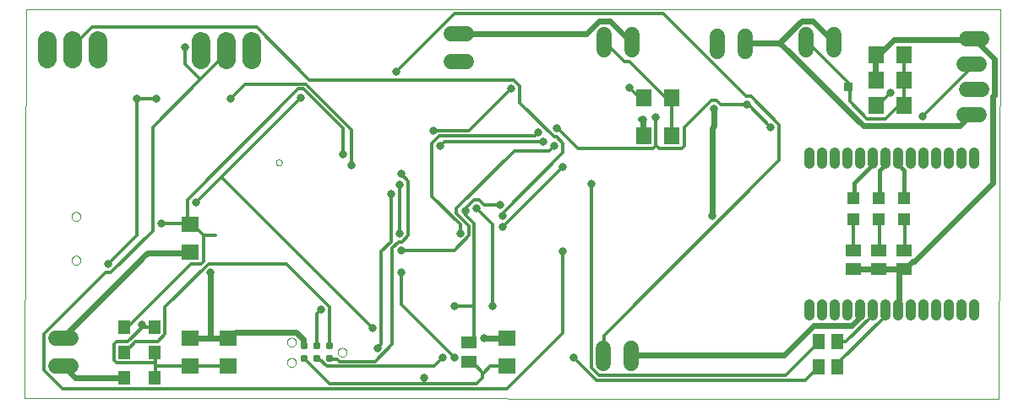
<source format=gbl>
G75*
%MOIN*%
%OFA0B0*%
%FSLAX24Y24*%
%IPPOS*%
%LPD*%
%AMOC8*
5,1,8,0,0,1.08239X$1,22.5*
%
%ADD10C,0.0000*%
%ADD11C,0.0310*%
%ADD12R,0.0709X0.0630*%
%ADD13R,0.0472X0.0551*%
%ADD14R,0.0630X0.0512*%
%ADD15R,0.0512X0.0591*%
%ADD16R,0.0472X0.0472*%
%ADD17R,0.0591X0.0512*%
%ADD18C,0.0600*%
%ADD19R,0.0630X0.0709*%
%ADD20C,0.0413*%
%ADD21C,0.0740*%
%ADD22C,0.0240*%
%ADD23C,0.0317*%
%ADD24C,0.0120*%
%ADD25C,0.0180*%
%ADD26R,0.0317X0.0317*%
D10*
X003060Y000249D02*
X003140Y015625D01*
X041550Y015625D01*
X041510Y000209D01*
X003060Y000249D01*
X004923Y005702D02*
X004925Y005728D01*
X004931Y005754D01*
X004941Y005779D01*
X004954Y005802D01*
X004970Y005822D01*
X004990Y005840D01*
X005012Y005855D01*
X005035Y005867D01*
X005061Y005875D01*
X005087Y005879D01*
X005113Y005879D01*
X005139Y005875D01*
X005165Y005867D01*
X005189Y005855D01*
X005210Y005840D01*
X005230Y005822D01*
X005246Y005802D01*
X005259Y005779D01*
X005269Y005754D01*
X005275Y005728D01*
X005277Y005702D01*
X005275Y005676D01*
X005269Y005650D01*
X005259Y005625D01*
X005246Y005602D01*
X005230Y005582D01*
X005210Y005564D01*
X005188Y005549D01*
X005165Y005537D01*
X005139Y005529D01*
X005113Y005525D01*
X005087Y005525D01*
X005061Y005529D01*
X005035Y005537D01*
X005011Y005549D01*
X004990Y005564D01*
X004970Y005582D01*
X004954Y005602D01*
X004941Y005625D01*
X004931Y005650D01*
X004925Y005676D01*
X004923Y005702D01*
X004923Y007435D02*
X004925Y007461D01*
X004931Y007487D01*
X004941Y007512D01*
X004954Y007535D01*
X004970Y007555D01*
X004990Y007573D01*
X005012Y007588D01*
X005035Y007600D01*
X005061Y007608D01*
X005087Y007612D01*
X005113Y007612D01*
X005139Y007608D01*
X005165Y007600D01*
X005189Y007588D01*
X005210Y007573D01*
X005230Y007555D01*
X005246Y007535D01*
X005259Y007512D01*
X005269Y007487D01*
X005275Y007461D01*
X005277Y007435D01*
X005275Y007409D01*
X005269Y007383D01*
X005259Y007358D01*
X005246Y007335D01*
X005230Y007315D01*
X005210Y007297D01*
X005188Y007282D01*
X005165Y007270D01*
X005139Y007262D01*
X005113Y007258D01*
X005087Y007258D01*
X005061Y007262D01*
X005035Y007270D01*
X005011Y007282D01*
X004990Y007297D01*
X004970Y007315D01*
X004954Y007335D01*
X004941Y007358D01*
X004931Y007383D01*
X004925Y007409D01*
X004923Y007435D01*
X012982Y009569D02*
X012984Y009590D01*
X012990Y009610D01*
X012999Y009630D01*
X013011Y009647D01*
X013026Y009661D01*
X013044Y009673D01*
X013064Y009681D01*
X013084Y009686D01*
X013105Y009687D01*
X013126Y009684D01*
X013146Y009678D01*
X013165Y009667D01*
X013182Y009654D01*
X013195Y009638D01*
X013206Y009620D01*
X013214Y009600D01*
X013218Y009580D01*
X013218Y009558D01*
X013214Y009538D01*
X013206Y009518D01*
X013195Y009500D01*
X013182Y009484D01*
X013165Y009471D01*
X013146Y009460D01*
X013126Y009454D01*
X013105Y009451D01*
X013084Y009452D01*
X013064Y009457D01*
X013044Y009465D01*
X013026Y009477D01*
X013011Y009491D01*
X012999Y009508D01*
X012990Y009528D01*
X012984Y009548D01*
X012982Y009569D01*
X013425Y002469D02*
X013427Y002495D01*
X013433Y002521D01*
X013442Y002545D01*
X013455Y002568D01*
X013472Y002588D01*
X013491Y002606D01*
X013513Y002621D01*
X013536Y002632D01*
X013561Y002640D01*
X013587Y002644D01*
X013613Y002644D01*
X013639Y002640D01*
X013664Y002632D01*
X013688Y002621D01*
X013709Y002606D01*
X013728Y002588D01*
X013745Y002568D01*
X013758Y002545D01*
X013767Y002521D01*
X013773Y002495D01*
X013775Y002469D01*
X013773Y002443D01*
X013767Y002417D01*
X013758Y002393D01*
X013745Y002370D01*
X013728Y002350D01*
X013709Y002332D01*
X013687Y002317D01*
X013664Y002306D01*
X013639Y002298D01*
X013613Y002294D01*
X013587Y002294D01*
X013561Y002298D01*
X013536Y002306D01*
X013512Y002317D01*
X013491Y002332D01*
X013472Y002350D01*
X013455Y002370D01*
X013442Y002393D01*
X013433Y002417D01*
X013427Y002443D01*
X013425Y002469D01*
X013425Y001669D02*
X013427Y001695D01*
X013433Y001721D01*
X013442Y001745D01*
X013455Y001768D01*
X013472Y001788D01*
X013491Y001806D01*
X013513Y001821D01*
X013536Y001832D01*
X013561Y001840D01*
X013587Y001844D01*
X013613Y001844D01*
X013639Y001840D01*
X013664Y001832D01*
X013688Y001821D01*
X013709Y001806D01*
X013728Y001788D01*
X013745Y001768D01*
X013758Y001745D01*
X013767Y001721D01*
X013773Y001695D01*
X013775Y001669D01*
X013773Y001643D01*
X013767Y001617D01*
X013758Y001593D01*
X013745Y001570D01*
X013728Y001550D01*
X013709Y001532D01*
X013687Y001517D01*
X013664Y001506D01*
X013639Y001498D01*
X013613Y001494D01*
X013587Y001494D01*
X013561Y001498D01*
X013536Y001506D01*
X013512Y001517D01*
X013491Y001532D01*
X013472Y001550D01*
X013455Y001570D01*
X013442Y001593D01*
X013433Y001617D01*
X013427Y001643D01*
X013425Y001669D01*
X015425Y002069D02*
X015427Y002095D01*
X015433Y002121D01*
X015442Y002145D01*
X015455Y002168D01*
X015472Y002188D01*
X015491Y002206D01*
X015513Y002221D01*
X015536Y002232D01*
X015561Y002240D01*
X015587Y002244D01*
X015613Y002244D01*
X015639Y002240D01*
X015664Y002232D01*
X015688Y002221D01*
X015709Y002206D01*
X015728Y002188D01*
X015745Y002168D01*
X015758Y002145D01*
X015767Y002121D01*
X015773Y002095D01*
X015775Y002069D01*
X015773Y002043D01*
X015767Y002017D01*
X015758Y001993D01*
X015745Y001970D01*
X015728Y001950D01*
X015709Y001932D01*
X015687Y001917D01*
X015664Y001906D01*
X015639Y001898D01*
X015613Y001894D01*
X015587Y001894D01*
X015561Y001898D01*
X015536Y001906D01*
X015512Y001917D01*
X015491Y001932D01*
X015472Y001950D01*
X015455Y001970D01*
X015442Y001993D01*
X015433Y002017D01*
X015427Y002043D01*
X015425Y002069D01*
D11*
X015100Y002319D03*
X014600Y002319D03*
X014100Y002319D03*
X014100Y001819D03*
X014600Y001819D03*
X015100Y001819D03*
D12*
X011100Y001517D03*
X011100Y002620D03*
X009600Y002620D03*
X009600Y001517D03*
X009600Y006017D03*
X009600Y007120D03*
X022100Y002620D03*
X022100Y001517D03*
D13*
X008191Y001069D03*
X007009Y001069D03*
X007009Y002069D03*
X008191Y002069D03*
X008191Y003069D03*
X007009Y003069D03*
D14*
X020600Y002443D03*
X020600Y001695D03*
D15*
X034396Y001479D03*
X035144Y001479D03*
X035144Y002479D03*
X034396Y002479D03*
D16*
X035770Y007315D03*
X036770Y007315D03*
X037770Y007315D03*
X037770Y008142D03*
X036770Y008142D03*
X035770Y008142D03*
D17*
X035770Y006103D03*
X036770Y006103D03*
X037770Y006103D03*
X037770Y005355D03*
X036770Y005355D03*
X035770Y005355D03*
D18*
X027010Y002229D02*
X027010Y001629D01*
X025910Y001629D02*
X025910Y002229D01*
X040120Y011469D02*
X040720Y011469D01*
X040820Y012469D02*
X040220Y012469D01*
X040120Y013469D02*
X040720Y013469D01*
X040820Y014469D02*
X040220Y014469D01*
X034990Y014629D02*
X034990Y014029D01*
X033890Y014029D02*
X033890Y014629D01*
X031490Y014549D02*
X031490Y013949D01*
X030390Y013949D02*
X030390Y014549D01*
X027030Y014629D02*
X027030Y014029D01*
X025930Y014029D02*
X025930Y014629D01*
X020500Y014659D02*
X019900Y014659D01*
X019900Y013559D02*
X020500Y013559D01*
X004900Y002619D02*
X004300Y002619D01*
X004300Y001519D02*
X004900Y001519D01*
D19*
X027489Y010629D03*
X028591Y010629D03*
X028591Y012129D03*
X027489Y012129D03*
X036649Y011829D03*
X037751Y011829D03*
X037751Y012829D03*
X036649Y012829D03*
X036649Y013829D03*
X037751Y013829D03*
D20*
X037535Y009950D02*
X037535Y009537D01*
X037035Y009537D02*
X037035Y009950D01*
X036535Y009950D02*
X036535Y009537D01*
X036035Y009537D02*
X036035Y009950D01*
X035535Y009950D02*
X035535Y009537D01*
X035035Y009537D02*
X035035Y009950D01*
X034535Y009950D02*
X034535Y009537D01*
X034035Y009537D02*
X034035Y009950D01*
X038035Y009950D02*
X038035Y009537D01*
X038535Y009537D02*
X038535Y009950D01*
X039035Y009950D02*
X039035Y009537D01*
X039535Y009537D02*
X039535Y009950D01*
X040035Y009950D02*
X040035Y009537D01*
X040535Y009537D02*
X040535Y009950D01*
X040535Y003950D02*
X040535Y003537D01*
X040035Y003537D02*
X040035Y003950D01*
X039535Y003950D02*
X039535Y003537D01*
X039035Y003537D02*
X039035Y003950D01*
X038535Y003950D02*
X038535Y003537D01*
X038035Y003537D02*
X038035Y003950D01*
X037535Y003950D02*
X037535Y003537D01*
X037035Y003537D02*
X037035Y003950D01*
X036535Y003950D02*
X036535Y003537D01*
X036035Y003537D02*
X036035Y003950D01*
X035535Y003950D02*
X035535Y003537D01*
X035035Y003537D02*
X035035Y003950D01*
X034535Y003950D02*
X034535Y003537D01*
X034035Y003537D02*
X034035Y003950D01*
D21*
X012020Y013619D02*
X012020Y014359D01*
X011020Y014359D02*
X011020Y013619D01*
X010020Y013619D02*
X010020Y014359D01*
X005980Y014399D02*
X005980Y013659D01*
X004980Y013659D02*
X004980Y014399D01*
X003980Y014399D02*
X003980Y013659D01*
D22*
X007878Y005944D02*
X007975Y005992D01*
X009584Y005992D01*
X009600Y006017D01*
X010413Y005212D02*
X010413Y002629D01*
X009633Y002629D01*
X009600Y002620D01*
X010413Y002629D02*
X010998Y002629D01*
X011100Y002620D01*
X011144Y002629D01*
X011388Y002872D01*
X013776Y002872D01*
X014069Y002580D01*
X014069Y002336D01*
X014100Y002319D01*
X007878Y005944D02*
X004563Y002629D01*
X004600Y002619D01*
X004600Y001519D02*
X005050Y001069D01*
X007009Y001069D01*
X021186Y002629D02*
X022064Y002629D01*
X022100Y002620D01*
X027010Y001929D02*
X027036Y001946D01*
X033033Y001946D01*
X034203Y003116D01*
X035714Y003116D01*
X036006Y003409D01*
X036006Y003701D01*
X036035Y003744D01*
X037535Y003744D02*
X037566Y003750D01*
X037566Y005164D01*
X037770Y005355D01*
X037859Y005407D01*
X038103Y005651D01*
X038151Y005651D01*
X041271Y008771D01*
X041271Y012184D01*
X041320Y012232D01*
X041320Y013646D01*
X040589Y014377D01*
X040520Y014469D01*
X040491Y014426D01*
X037371Y014426D01*
X036835Y013890D01*
X036738Y013890D01*
X036649Y013829D01*
X036640Y013792D01*
X036640Y012866D01*
X036649Y012829D01*
X034990Y014329D02*
X034983Y014329D01*
X034154Y015157D01*
X033715Y015157D01*
X032838Y014280D01*
X032935Y014231D01*
X036153Y011014D01*
X039955Y011014D01*
X040394Y011452D01*
X040420Y011469D01*
X032838Y014280D02*
X031521Y014280D01*
X031490Y014249D01*
X030254Y011696D02*
X030254Y011014D01*
X030205Y010916D01*
X030205Y007455D01*
X027489Y010629D02*
X027475Y010672D01*
X027475Y011257D01*
X027378Y011306D01*
X027030Y014329D02*
X026988Y014329D01*
X026159Y015157D01*
X025720Y015157D01*
X025233Y014670D01*
X020211Y014670D01*
X020200Y014659D01*
X035770Y005355D02*
X035811Y005359D01*
X036738Y005359D01*
X036770Y005355D01*
X036884Y005359D01*
X037761Y005359D01*
X037770Y005355D01*
X037566Y005261D01*
D23*
X030205Y007455D03*
X032496Y010965D03*
X031570Y011842D03*
X030254Y011696D03*
X027963Y011355D03*
X027475Y011257D03*
X026939Y012525D03*
X024063Y010916D03*
X023331Y010770D03*
X023526Y010380D03*
X023965Y010234D03*
X024306Y009405D03*
X025428Y008722D03*
X021820Y007894D03*
X021918Y007455D03*
X021918Y007016D03*
X020894Y007747D03*
X020455Y007650D03*
X020260Y006772D03*
X017871Y006772D03*
X017920Y006090D03*
X017920Y005212D03*
X020016Y003896D03*
X021528Y003896D03*
X021186Y002629D03*
X020016Y001849D03*
X019578Y001849D03*
X018846Y001069D03*
X016994Y002239D03*
X016799Y003019D03*
X014751Y003750D03*
X010413Y005212D03*
X008463Y007162D03*
X009828Y007991D03*
X006366Y005554D03*
X007683Y003165D03*
X015970Y009454D03*
X015629Y009892D03*
X017920Y009112D03*
X017871Y008674D03*
X017530Y008332D03*
X019480Y010234D03*
X019188Y010819D03*
X017725Y013159D03*
X013971Y012135D03*
X011193Y012086D03*
X009389Y014134D03*
X008268Y012086D03*
X007488Y012086D03*
X022259Y012476D03*
X024306Y006041D03*
X024745Y001849D03*
X038493Y011404D03*
X037225Y012330D03*
D24*
X036689Y011794D01*
X036649Y011829D01*
X037030Y011306D02*
X037518Y011794D01*
X037713Y011794D01*
X037751Y011829D01*
X037761Y011842D01*
X037761Y012817D01*
X037751Y012829D01*
X037761Y012866D01*
X037761Y013792D01*
X037751Y013829D01*
X035568Y012720D02*
X035580Y012669D01*
X035580Y012549D01*
X035616Y012525D01*
X035616Y011989D01*
X036299Y011306D01*
X037030Y011306D01*
X038493Y011404D02*
X040394Y013305D01*
X040394Y013451D01*
X040420Y013469D01*
X035568Y012720D02*
X033959Y014329D01*
X033890Y014329D01*
X031716Y012184D02*
X032838Y011062D01*
X032838Y009649D01*
X025915Y002726D01*
X025915Y001946D01*
X025910Y001929D01*
X025428Y001459D02*
X025720Y001166D01*
X033081Y001166D01*
X034349Y002434D01*
X034396Y002479D01*
X035144Y002479D02*
X035178Y002482D01*
X035470Y002482D01*
X036494Y003506D01*
X036494Y003701D01*
X036535Y003744D01*
X037030Y003701D02*
X037035Y003744D01*
X037030Y003701D02*
X037030Y003506D01*
X035178Y001654D01*
X035178Y001507D01*
X035144Y001479D01*
X034396Y001479D02*
X034349Y001459D01*
X033861Y000971D01*
X025623Y000971D01*
X024745Y001849D01*
X025428Y001459D02*
X025428Y008722D01*
X024306Y009405D02*
X021918Y007016D01*
X021528Y007114D02*
X020894Y007747D01*
X021186Y007894D02*
X020991Y008089D01*
X020796Y008089D01*
X020455Y007747D01*
X020455Y007650D01*
X020455Y007504D01*
X020796Y007162D01*
X020796Y003896D01*
X020016Y003896D01*
X020796Y003896D02*
X020796Y002677D01*
X020601Y002482D01*
X020600Y002443D01*
X020600Y001695D02*
X020601Y001654D01*
X020748Y001654D01*
X021138Y001264D01*
X021186Y001264D01*
X021430Y001507D01*
X022064Y001507D01*
X022100Y001517D01*
X021138Y001264D02*
X021138Y001069D01*
X020894Y000825D01*
X018846Y000825D01*
X018846Y001069D01*
X018846Y000825D02*
X015093Y000825D01*
X014118Y001800D01*
X014100Y001819D01*
X014600Y001819D02*
X014605Y001800D01*
X014703Y001800D01*
X014995Y001507D01*
X019236Y001507D01*
X019578Y001849D01*
X020016Y001849D02*
X017920Y003945D01*
X017920Y005212D01*
X017140Y006041D02*
X017140Y002385D01*
X016994Y002239D01*
X016896Y001702D02*
X017579Y002385D01*
X017579Y006187D01*
X017823Y006431D01*
X017969Y006431D01*
X018213Y006675D01*
X018213Y008820D01*
X017920Y009112D01*
X017871Y008674D02*
X017871Y006772D01*
X017530Y006431D02*
X017140Y006041D01*
X017530Y006431D02*
X017530Y008332D01*
X019139Y008235D02*
X019139Y010331D01*
X019431Y010624D01*
X023185Y010624D01*
X023331Y010770D01*
X023526Y010380D02*
X019626Y010380D01*
X019480Y010234D01*
X019188Y010819D02*
X020601Y010819D01*
X022259Y012476D01*
X022356Y012817D02*
X022600Y012574D01*
X022600Y011940D01*
X023965Y010575D01*
X024063Y010575D01*
X024306Y010331D01*
X024306Y009941D01*
X021918Y007552D01*
X021918Y007455D01*
X021820Y007894D02*
X021186Y007894D01*
X021528Y007114D02*
X021528Y003896D01*
X024306Y002824D02*
X024306Y006041D01*
X020601Y006675D02*
X020601Y007065D01*
X020114Y007552D01*
X020114Y007747D01*
X022405Y010039D01*
X023770Y010039D01*
X023965Y010234D01*
X024063Y010916D02*
X024111Y010916D01*
X024891Y010136D01*
X027865Y010136D01*
X027963Y010234D01*
X028011Y010234D01*
X028109Y010136D01*
X028986Y010136D01*
X029084Y010234D01*
X029084Y010965D01*
X030156Y012037D01*
X030351Y012037D01*
X030546Y011842D01*
X031570Y011842D01*
X031619Y011842D01*
X032496Y010965D01*
X031716Y012184D02*
X031521Y012184D01*
X028255Y015450D01*
X020016Y015450D01*
X017725Y013159D01*
X015970Y010867D02*
X014166Y012671D01*
X011778Y012671D01*
X011193Y012086D01*
X009998Y012842D02*
X009389Y013451D01*
X009389Y014134D01*
X009998Y012842D02*
X008121Y010965D01*
X008121Y006870D01*
X006464Y005212D01*
X006269Y005212D01*
X003831Y002775D01*
X003831Y001361D01*
X004563Y000630D01*
X022113Y000630D01*
X024306Y002824D01*
X020601Y006675D02*
X020016Y006090D01*
X017920Y006090D01*
X020260Y006772D02*
X020260Y007114D01*
X019139Y008235D01*
X015970Y009454D02*
X015970Y010867D01*
X015629Y010916D02*
X014069Y012476D01*
X013874Y012476D01*
X009486Y008089D01*
X009486Y007211D01*
X009600Y007120D01*
X009535Y007162D01*
X008463Y007162D01*
X007488Y006675D02*
X006366Y005554D01*
X007488Y006675D02*
X007488Y012086D01*
X008268Y012086D01*
X009998Y012842D02*
X010998Y013841D01*
X010998Y013987D01*
X011020Y013989D01*
X012216Y014914D02*
X005733Y014914D01*
X005001Y014182D01*
X005001Y014036D01*
X004980Y014029D01*
X012216Y014914D02*
X014313Y012817D01*
X022356Y012817D01*
X025930Y014329D02*
X025964Y014329D01*
X026744Y013549D01*
X026939Y013549D01*
X028353Y012135D01*
X028548Y012135D01*
X028591Y012129D01*
X028596Y012086D01*
X028596Y010672D01*
X028591Y010629D01*
X027963Y010234D02*
X027963Y011355D01*
X027489Y012129D02*
X027475Y012135D01*
X027329Y012135D01*
X026939Y012525D01*
X035763Y007309D02*
X035763Y006139D01*
X035770Y006103D01*
X036770Y006103D02*
X036786Y006139D01*
X036786Y007309D01*
X036770Y007315D01*
X035770Y007315D02*
X035763Y007309D01*
X037770Y007315D02*
X037810Y007309D01*
X037810Y006139D01*
X037770Y006103D01*
X016896Y001702D02*
X015483Y001702D01*
X015385Y001800D01*
X015141Y001800D01*
X015100Y001819D01*
X015100Y002319D02*
X015093Y002336D01*
X015093Y003847D01*
X013386Y005554D01*
X010315Y005554D01*
X008609Y003847D01*
X008609Y002775D01*
X008316Y002482D01*
X007439Y002482D01*
X007049Y002092D01*
X007009Y002069D01*
X007146Y002482D02*
X006708Y002482D01*
X006610Y002385D01*
X006610Y001751D01*
X006708Y001654D01*
X008219Y001654D01*
X008219Y001507D01*
X009584Y001507D01*
X009600Y001517D01*
X009633Y001507D01*
X011095Y001507D01*
X011100Y001517D01*
X008219Y001507D02*
X008219Y001069D01*
X008191Y001069D01*
X008219Y001654D02*
X008219Y002044D01*
X008191Y002069D01*
X007731Y003067D02*
X007146Y002482D01*
X007009Y003069D02*
X007049Y003116D01*
X007195Y003116D01*
X009633Y005554D01*
X010023Y005554D01*
X010120Y005651D01*
X010120Y006675D01*
X010608Y006675D01*
X010120Y006675D02*
X009681Y007114D01*
X009600Y007120D01*
X009580Y007149D01*
X009600Y007120D02*
X009660Y007149D01*
X009828Y007991D02*
X010827Y008991D01*
X016799Y003019D01*
X014751Y003750D02*
X014605Y003604D01*
X014605Y002336D01*
X014600Y002319D01*
X008191Y003069D02*
X008170Y003067D01*
X007731Y003067D01*
X007731Y003116D01*
X007683Y003165D01*
X010827Y008991D02*
X013971Y012135D01*
X015629Y010916D02*
X015629Y009892D01*
D25*
X035811Y008771D02*
X035811Y008186D01*
X035770Y008142D01*
X035811Y008771D02*
X036494Y009454D01*
X036494Y009697D01*
X036535Y009744D01*
X037030Y009697D02*
X037035Y009744D01*
X037030Y009697D02*
X037030Y009502D01*
X036786Y009259D01*
X036786Y008186D01*
X036770Y008142D01*
X037761Y008186D02*
X037770Y008142D01*
X037761Y008186D02*
X037761Y009259D01*
X037566Y009454D01*
X037566Y009697D01*
X037535Y009744D01*
D26*
X035580Y012549D03*
M02*

</source>
